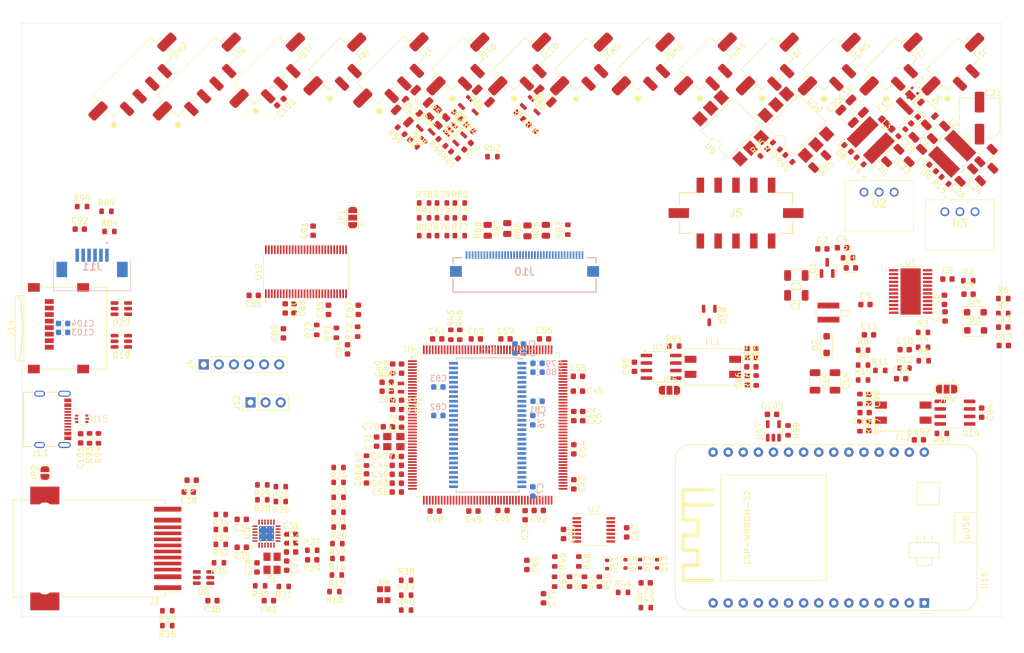
<source format=kicad_pcb>
(kicad_pcb
	(version 20241229)
	(generator "pcbnew")
	(generator_version "9.0")
	(general
		(thickness 1.6)
		(legacy_teardrops no)
	)
	(paper "A4")
	(layers
		(0 "F.Cu" signal)
		(4 "In1.Cu" power)
		(6 "In2.Cu" power)
		(2 "B.Cu" signal)
		(9 "F.Adhes" user "F.Adhesive")
		(11 "B.Adhes" user "B.Adhesive")
		(13 "F.Paste" user)
		(15 "B.Paste" user)
		(5 "F.SilkS" user "F.Silkscreen")
		(7 "B.SilkS" user "B.Silkscreen")
		(1 "F.Mask" user)
		(3 "B.Mask" user)
		(17 "Dwgs.User" user "User.Drawings")
		(19 "Cmts.User" user "User.Comments")
		(21 "Eco1.User" user "User.Eco1")
		(23 "Eco2.User" user "User.Eco2")
		(25 "Edge.Cuts" user)
		(27 "Margin" user)
		(31 "F.CrtYd" user "F.Courtyard")
		(29 "B.CrtYd" user "B.Courtyard")
		(35 "F.Fab" user)
		(33 "B.Fab" user)
		(39 "User.1" user)
		(41 "User.2" user)
		(43 "User.3" user)
		(45 "User.4" user)
		(47 "User.5" user)
		(49 "User.6" user)
		(51 "User.7" user)
		(53 "User.8" user)
		(55 "User.9" user)
	)
	(setup
		(stackup
			(layer "F.SilkS"
				(type "Top Silk Screen")
			)
			(layer "F.Paste"
				(type "Top Solder Paste")
			)
			(layer "F.Mask"
				(type "Top Solder Mask")
				(thickness 0.01)
			)
			(layer "F.Cu"
				(type "copper")
				(thickness 0.035)
			)
			(layer "dielectric 1"
				(type "prepreg")
				(thickness 0.1)
				(material "FR4")
				(epsilon_r 4.5)
				(loss_tangent 0.02)
			)
			(layer "In1.Cu"
				(type "copper")
				(thickness 0.035)
			)
			(layer "dielectric 2"
				(type "core")
				(thickness 1.24)
				(material "FR4")
				(epsilon_r 4.5)
				(loss_tangent 0.02)
			)
			(layer "In2.Cu"
				(type "copper")
				(thickness 0.035)
			)
			(layer "dielectric 3"
				(type "prepreg")
				(thickness 0.1)
				(material "FR4")
				(epsilon_r 4.5)
				(loss_tangent 0.02)
			)
			(layer "B.Cu"
				(type "copper")
				(thickness 0.035)
			)
			(layer "B.Mask"
				(type "Bottom Solder Mask")
				(thickness 0.01)
			)
			(layer "B.Paste"
				(type "Bottom Solder Paste")
			)
			(layer "B.SilkS"
				(type "Bottom Silk Screen")
			)
			(copper_finish "None")
			(dielectric_constraints no)
		)
		(pad_to_mask_clearance 0)
		(allow_soldermask_bridges_in_footprints no)
		(tenting front back)
		(pcbplotparams
			(layerselection 0x00000000_00000000_55555555_5755f5ff)
			(plot_on_all_layers_selection 0x00000000_00000000_00000000_00000000)
			(disableapertmacros no)
			(usegerberextensions no)
			(usegerberattributes yes)
			(usegerberadvancedattributes yes)
			(creategerberjobfile yes)
			(dashed_line_dash_ratio 12.000000)
			(dashed_line_gap_ratio 3.000000)
			(svgprecision 4)
			(plotframeref no)
			(mode 1)
			(useauxorigin no)
			(hpglpennumber 1)
			(hpglpenspeed 20)
			(hpglpendiameter 15.000000)
			(pdf_front_fp_property_popups yes)
			(pdf_back_fp_property_popups yes)
			(pdf_metadata yes)
			(pdf_single_document no)
			(dxfpolygonmode yes)
			(dxfimperialunits yes)
			(dxfusepcbnewfont yes)
			(psnegative no)
			(psa4output no)
			(plot_black_and_white yes)
			(plotinvisibletext no)
			(sketchpadsonfab no)
			(plotpadnumbers no)
			(hidednponfab no)
			(sketchdnponfab yes)
			(crossoutdnponfab yes)
			(subtractmaskfromsilk no)
			(outputformat 1)
			(mirror no)
			(drillshape 1)
			(scaleselection 1)
			(outputdirectory "")
		)
	)
	(net 0 "")
	(net 1 "+3V3_FER")
	(net 2 "Earth")
	(net 3 "/Ethernet/LED_G")
	(net 4 "/Ethernet/LED_Y")
	(net 5 "GND")
	(net 6 "+3V3")
	(net 7 "+5V")
	(net 8 "/Power/3V3_Display")
	(net 9 "Net-(C5-Pad2)")
	(net 10 "Net-(U1-COMP)")
	(net 11 "Net-(U1-C1+)")
	(net 12 "Net-(U1-C1-)")
	(net 13 "Net-(U1-C2+)")
	(net 14 "Net-(U1-C2-)")
	(net 15 "Net-(U1-DRV)")
	(net 16 "Net-(U1-FB1)")
	(net 17 "Net-(U1-REF)")
	(net 18 "Net-(U1-VCOMIN)")
	(net 19 "+24V")
	(net 20 "Net-(U3-VI)")
	(net 21 "Net-(U2-VI)")
	(net 22 "/Peripherals/V_{ref}")
	(net 23 "Net-(D1-A)")
	(net 24 "Net-(D15-K)")
	(net 25 "/IEC_Charging_Circuit/CP")
	(net 26 "/IEC_Charging_Circuit/PP")
	(net 27 "Net-(J10-Pin_1)")
	(net 28 "/Core/EV_Start_Charging")
	(net 29 "/Display/LCD_VGL")
	(net 30 "Net-(Q1-B)")
	(net 31 "Net-(Q2-G)")
	(net 32 "Net-(U1-FB3)")
	(net 33 "Net-(U1-FB2)")
	(net 34 "/IEC_Charging_Circuit/PWM_SENSE")
	(net 35 "/Core/Charging_Point_PWM")
	(net 36 "/Core/~{IMD_Error_LED}")
	(net 37 "/SDRAM/D9")
	(net 38 "/SDRAM/A11")
	(net 39 "/Core/~{AMS_Error_LED}")
	(net 40 "/SDRAM/D0")
	(net 41 "unconnected-(U4B-PC13-Pad8)")
	(net 42 "unconnected-(U4B-PD4-Pad146)")
	(net 43 "/Core/PCAP_RST")
	(net 44 "/Display/B5")
	(net 45 "unconnected-(U4B-PI8-Pad7)")
	(net 46 "/SDRAM/D14")
	(net 47 "/SDRAM/D2")
	(net 48 "/SDRAM/D4")
	(net 49 "/Core/OSC_in")
	(net 50 "/Core/SWCLK")
	(net 51 "unconnected-(U4B-PG3-Pad107)")
	(net 52 "/Display/R2")
	(net 53 "/SDRAM/A3")
	(net 54 "/SDRAM/D13")
	(net 55 "/Core/LCD_Reset")
	(net 56 "/Display/R0")
	(net 57 "/SDRAM/A2")
	(net 58 "/Display/R7")
	(net 59 "/Display/B4")
	(net 60 "/Core/AMS_Reset_in")
	(net 61 "/Core/AMS_Reset_out")
	(net 62 "/Core/SDC_out")
	(net 63 "/SDRAM/A0")
	(net 64 "unconnected-(U4B-PF8-Pad26)")
	(net 65 "/SDRAM/SDNE0")
	(net 66 "/Core/SWDIO")
	(net 67 "/SDRAM/A10")
	(net 68 "unconnected-(U4B-PC10-Pad139)")
	(net 69 "/Display/G0")
	(net 70 "/SDRAM/BA0")
	(net 71 "/Ethernet/RMII_TX_EN")
	(net 72 "/Core/NRST")
	(net 73 "/SDRAM/D12")
	(net 74 "/SDRAM/NBL0")
	(net 75 "/Display/B0")
	(net 76 "unconnected-(U4B-PD3-Pad145)")
	(net 77 "/Display/G2")
	(net 78 "/Display/R1")
	(net 79 "unconnected-(U4B-PI9-Pad11)")
	(net 80 "/SDRAM/SDNWE")
	(net 81 "/Ethernet/RMII_RXD1")
	(net 82 "/SDRAM/A9")
	(net 83 "/SDRAM/D11")
	(net 84 "unconnected-(U4B-PI6-Pad175)")
	(net 85 "/Display/DE")
	(net 86 "/Display/G3")
	(net 87 "/Display/CLK")
	(net 88 "/Peripherals/USART_RX")
	(net 89 "unconnected-(U4B-PB5-Pad163)")
	(net 90 "unconnected-(U4B-PI3-Pad134)")
	(net 91 "/Peripherals/USB_OTG_VBUS")
	(net 92 "/SDRAM/A4")
	(net 93 "/Display/B3")
	(net 94 "/Peripherals/SDMMC_D0")
	(net 95 "/SDRAM/D15")
	(net 96 "/SDRAM/D3")
	(net 97 "/Display/G4")
	(net 98 "/SDRAM/A7")
	(net 99 "/SDRAM/A12")
	(net 100 "Net-(U4F-BOOT0)")
	(net 101 "unconnected-(U4B-PD7-Pad151)")
	(net 102 "/Display/G7")
	(net 103 "/Core/LED_B")
	(net 104 "/Ethernet/RMII_MDIO")
	(net 105 "/Display/G1")
	(net 106 "/Display/R6")
	(net 107 "/SDRAM/D6")
	(net 108 "/SDRAM/A1")
	(net 109 "/SDRAM/D8")
	(net 110 "/Display/B6")
	(net 111 "/Display/R4")
	(net 112 "/Core/OSC_out")
	(net 113 "unconnected-(U4B-PA15-Pad138)")
	(net 114 "/SDRAM/A5")
	(net 115 "/Display/G6")
	(net 116 "/Peripherals/ESP_RX")
	(net 117 "unconnected-(U4B-PF9-Pad27)")
	(net 118 "/Display/G5")
	(net 119 "/Core/LED_G")
	(net 120 "/Display/R5")
	(net 121 "unconnected-(U4B-PE2-Pad1)")
	(net 122 "/Ethernet/RMII_TXD1")
	(net 123 "/SDRAM/D5")
	(net 124 "/Peripherals/SDMMC_CMD")
	(net 125 "/SDRAM/D1")
	(net 126 "Net-(U4A-VREF+)")
	(net 127 "/Display/B1")
	(net 128 "/Display/B7")
	(net 129 "unconnected-(U4B-PD11-Pad99)")
	(net 130 "/Ethernet/RMII_MDC")
	(net 131 "unconnected-(U4B-PE3-Pad2)")
	(net 132 "/Core/OSC32_in")
	(net 133 "/SDRAM/SDCLK")
	(net 134 "/Peripherals/USART_TX")
	(net 135 "unconnected-(U4B-PA10-Pad121)")
	(net 136 "/Core/LED_R")
	(net 137 "/SDRAM/SDCKE0")
	(net 138 "/Ethernet/RMII_RXD0")
	(net 139 "unconnected-(U4B-PC11-Pad140)")
	(net 140 "/Ethernet/RMII_CRS_DV")
	(net 141 "/Core/TRACESWO")
	(net 142 "/Display/HSYNC")
	(net 143 "/Ethernet/RMII_TXD0")
	(net 144 "/SDRAM/D10")
	(net 145 "/SDRAM/SDNCAS")
	(net 146 "/Display/R3")
	(net 147 "/Core/OSC32_out")
	(net 148 "/Display/VSYNC")
	(net 149 "/SDRAM/D7")
	(net 150 "unconnected-(U4B-PG9-Pad152)")
	(net 151 "/SDRAM/BA1")
	(net 152 "/SDRAM/SDNRAS")
	(net 153 "/SDRAM/A6")
	(net 154 "/SDRAM/NBL1")
	(net 155 "/Display/B2")
	(net 156 "/Ethernet/RMII_REF_CLK")
	(net 157 "/SDRAM/A8")
	(net 158 "unconnected-(U4B-PB2-Pad58)")
	(net 159 "/Ethernet/XTAL2")
	(net 160 "/Ethernet/XTAL1")
	(net 161 "/Peripherals/ESP_TX")
	(net 162 "/Peripherals/STM_CAN_TX")
	(net 163 "/Peripherals/STM_CAN_RX")
	(net 164 "/Peripherals/SDMMC_CK")
	(net 165 "/Peripherals/ESP_CAN_RX")
	(net 166 "/SDC_and_SCS/RSD_in")
	(net 167 "/SDC_and_SCS/RSD_out")
	(net 168 "/Core/CANH")
	(net 169 "/Core/CANL")
	(net 170 "/Peripherals/ESP_CAN_TX")
	(net 171 "/Display/LCD_VGH")
	(net 172 "Net-(D5-A)")
	(net 173 "Net-(D9-A)")
	(net 174 "/Core/SDC_in")
	(net 175 "Net-(Q3-G)")
	(net 176 "Net-(Q4-G)")
	(net 177 "/Core/SDC_enable")
	(net 178 "/Display/I2C_SDA")
	(net 179 "/Display/I2C_SCL")
	(net 180 "/Display/LCD_SELB")
	(net 181 "VDD")
	(net 182 "/Display/LCD_STBYB")
	(net 183 "Net-(J1-Pin_1)")
	(net 184 "/Display/LCD_U{slash}D")
	(net 185 "/Display/LCD_L{slash}R")
	(net 186 "/Display/RXIN0-")
	(net 187 "/Display/RXCLKIN+")
	(net 188 "/Display/RXIN0+")
	(net 189 "/Display/RXIN2-")
	(net 190 "/Display/RXIN1-")
	(net 191 "/Display/RXIN2+")
	(net 192 "/Display/RXIN3+")
	(net 193 "/Display/RXIN3-")
	(net 194 "/Display/RXIN1+")
	(net 195 "/Display/RXCLKIN-")
	(net 196 "Net-(J2-Pin_1)")
	(net 197 "Net-(U4F-PDR_ON)")
	(net 198 "/Peripherals/SDMMC_D1")
	(net 199 "/Peripherals/SDMMC_D2")
	(net 200 "/Peripherals/SDMMC_D3")
	(net 201 "/Core/SDC_Voltage")
	(net 202 "/Core/TSAL_Green")
	(net 203 "/Core/TS_on")
	(net 204 "/Peripherals/USB_OTG_DP")
	(net 205 "/Peripherals/USB_OTG_DN")
	(net 206 "/Peripherals/D-")
	(net 207 "/Peripherals/D+")
	(net 208 "/Core/PCAP_Int")
	(net 209 "/Display/LCD_VDD")
	(net 210 "/Core/Encoder_push")
	(net 211 "/Core/Encoder_A")
	(net 212 "/Core/Encoder_B")
	(net 213 "/Ethernet/RXN")
	(net 214 "/Ethernet/TXN")
	(net 215 "/Ethernet/RXP")
	(net 216 "/Ethernet/TXP")
	(net 217 "/Core/SDC_on")
	(net 218 "/Core/EncB_on")
	(net 219 "/Core/EncPush_on")
	(net 220 "/Core/EncA_on")
	(net 221 "Net-(D16-A)")
	(net 222 "Net-(D16-K)")
	(net 223 "Net-(D17-K)")
	(net 224 "Net-(D17-A)")
	(net 225 "/Display/LCD_AVDD")
	(net 226 "/Display/VCOM")
	(net 227 "Net-(D6-K)")
	(net 228 "unconnected-(U4B-PH9-Pad86)")
	(net 229 "unconnected-(U4B-PH6-Pad83)")
	(net 230 "unconnected-(U4B-PH7-Pad84)")
	(net 231 "Net-(D3-A)")
	(net 232 "Net-(U5-~{RST})")
	(net 233 "Net-(U5-VDDCR)")
	(net 234 "Net-(C39-Pad1)")
	(net 235 "Net-(C45-Pad1)")
	(net 236 "Net-(D11-K)")
	(net 237 "Net-(D12-K)")
	(net 238 "Net-(D13-K)")
	(net 239 "Net-(D14-K)")
	(net 240 "Net-(U15-VBUS)")
	(net 241 "Net-(D2-A)")
	(net 242 "Net-(D8-A)")
	(net 243 "Net-(D10-BK)")
	(net 244 "Net-(D10-GK)")
	(net 245 "Net-(D10-RK)")
	(net 246 "Net-(D11-A)")
	(net 247 "Net-(U13-CANH)")
	(net 248 "Net-(U13-CANL)")
	(net 249 "Net-(U14-CANH)")
	(net 250 "Net-(U14-CANL)")
	(net 251 "Net-(J3-Pad11)")
	(net 252 "Net-(J3-Pad2)")
	(net 253 "unconnected-(J3-NC-Pad9)")
	(net 254 "Net-(J5-Pin_2)")
	(net 255 "Net-(J8-Pin_1)")
	(net 256 "unconnected-(J10-Pin_27-Pad27)")
	(net 257 "unconnected-(J10-Pin_36-Pad36)")
	(net 258 "Net-(J10-Pin_35)")
	(net 259 "unconnected-(J10-Pin_24-Pad24)")
	(net 260 "unconnected-(J10-Pin_26-Pad26)")
	(net 261 "unconnected-(J10-Pin_4-Pad4)")
	(net 262 "Net-(J10-Pin_38)")
	(net 263 "unconnected-(J10-Pin_23-Pad23)")
	(net 264 "Net-(J10-Pin_29)")
	(net 265 "unconnected-(J10-Pin_37-Pad37)")
	(net 266 "unconnected-(J13-SBU2-PadB8)")
	(net 267 "unconnected-(J13-SBU1-PadA8)")
	(net 268 "unconnected-(J13-CC2-PadB5)")
	(net 269 "unconnected-(J13-CC1-PadA5)")
	(net 270 "Net-(J15-Pin_2)")
	(net 271 "Net-(JP4-C)")
	(net 272 "Net-(JP5-C)")
	(net 273 "Net-(R3-Pad2)")
	(net 274 "Net-(R8-Pad2)")
	(net 275 "Net-(U5-TXD0)")
	(net 276 "Net-(U5-TXD1)")
	(net 277 "Net-(U5-TXEN)")
	(net 278 "Net-(U5-RXD0{slash}MODE0)")
	(net 279 "Net-(U5-RXD1{slash}MODE1)")
	(net 280 "Net-(U5-CRS_DV{slash}MODE2)")
	(net 281 "Net-(U5-MDIO)")
	(net 282 "Net-(U5-MDC)")
	(net 283 "Net-(U5-~{INT}{slash}REFCLKO)")
	(net 284 "Net-(U5-RXER{slash}PHYAD0)")
	(net 285 "Net-(U5-RBIAS)")
	(net 286 "Net-(U8--)")
	(net 287 "Net-(R62-Pad1)")
	(net 288 "Net-(R65-Pad1)")
	(net 289 "Net-(R70-Pad2)")
	(net 290 "Net-(U12-CLKSEL)")
	(net 291 "Net-(U12-~{SHTDN})")
	(net 292 "Net-(R74-Pad2)")
	(net 293 "Net-(R75-Pad2)")
	(net 294 "Net-(U13-Rs)")
	(net 295 "Net-(U14-Rs)")
	(net 296 "Net-(U16-D21)")
	(net 297 "unconnected-(U7-Pad12)")
	(net 298 "unconnected-(U7-Pad10)")
	(net 299 "unconnected-(U9-Pad3)")
	(net 300 "unconnected-(U10-Pad3)")
	(net 301 "unconnected-(U10-Pad5)")
	(net 302 "unconnected-(U11-NC-Pad40)")
	(net 303 "unconnected-(U16-D26-Pad7)")
	(net 304 "unconnected-(U16-D2-Pad27)")
	(net 305 "unconnected-(U16-VIN-Pad1)")
	(net 306 "unconnected-(U16-D34-Pad12)")
	(net 307 "unconnected-(U16-D39{slash}VN-Pad13)")
	(net 308 "unconnected-(U16-D19-Pad21)")
	(net 309 "unconnected-(U16-D36{slash}VP-Pad14)")
	(net 310 "unconnected-(U16-TX0{slash}D1-Pad18)")
	(net 311 "unconnected-(U16-D14-Pad5)")
	(net 312 "unconnected-(U16-D25-Pad8)")
	(net 313 "unconnected-(U16-D15-Pad28)")
	(net 314 "unconnected-(U16-D13-Pad3)")
	(net 315 "unconnected-(U16-D23-Pad16)")
	(net 316 "unconnected-(U16-D27-Pad6)")
	(net 317 "unconnected-(U16-EN-Pad15)")
	(net 318 "unconnected-(U16-D33-Pad9)")
	(net 319 "unconnected-(U16-D22-Pad17)")
	(net 320 "unconnected-(U16-D35-Pad11)")
	(net 321 "unconnected-(U16-D18-Pad22)")
	(net 322 "unconnected-(U16-D12-Pad4)")
	(net 323 "unconnected-(U16-D32-Pad10)")
	(net 324 "unconnected-(U16-RX0{slash}D3-Pad19)")
	(net 325 "unconnected-(U17-NC-Pad1)")
	(footprint "Capacitor_SMD:C_1206_3216Metric" (layer "F.Cu") (at 218 62.3 45))
	(footprint "Capacitor_SMD:C_0603_1608Metric" (layer "F.Cu") (at 206.3 96.41))
	(footprint "Package_SO:SOIC-8_3.9x4.9mm_P1.27mm" (layer "F.Cu") (at 220.76 109.525 180))
	(footprint "Resistor_SMD:R_0603_1608Metric" (layer "F.Cu") (at 73.825 74.8))
	(footprint "Resistor_SMD:R_0603_1608Metric" (layer "F.Cu") (at 107.265 121.99 180))
	(footprint "Capacitor_SMD:C_0603_1608Metric" (layer "F.Cu") (at 108.01 91.9625 -90))
	(footprint "Capacitor_SMD:C_1206_3216Metric" (layer "F.Cu") (at 226.1 69.4 45))
	(footprint "Capacitor_SMD:C_0603_1608Metric" (layer "F.Cu") (at 154.862501 129.975 -90))
	(footprint "Resistor_SMD:R_0603_1608Metric" (layer "F.Cu") (at 137.4 79.7))
	(footprint "Capacitor_SMD:C_0603_1608Metric" (layer "F.Cu") (at 211.7 103.81))
	(footprint "Charger:ESP32-WROOM-32-DevKit-30Pin" (layer "F.Cu") (at 215.61 141.585 90))
	(footprint "Capacitor_SMD:C_0603_1608Metric" (layer "F.Cu") (at 112.565 134.32 180))
	(footprint "Inductor_SMD:L_Wuerth_WE-PD2-Typ-MS" (layer "F.Cu") (at 206.6 63.6 -45))
	(footprint "Package_TO_SOT_SMD:SOT-23-3" (layer "F.Cu") (at 149.578751 58.078751 -45))
	(footprint "Resistor_SMD:R_0603_1608Metric" (layer "F.Cu") (at 97.165 131.71 180))
	(footprint "Package_DIP:SMDIP-6_W9.53mm" (layer "F.Cu") (at 183 61.6 135))
	(footprint "FaSTTUBe_connectors:Micro_Mate-N-Lok_2p_vertical" (layer "F.Cu") (at 220.4 50.8 -135))
	(footprint "Resistor_SMD:R_0603_1608Metric" (layer "F.Cu") (at 187.3 99.5 90))
	(footprint "Diode_SMD:D_SOD-123" (layer "F.Cu") (at 216.2 58.4 -45))
	(footprint "Inductor_SMD:L_0603_1608Metric" (layer "F.Cu") (at 105.265 141.2 180))
	(footprint "Resistor_SMD:R_0603_1608Metric" (layer "F.Cu") (at 75.07 113.85 -90))
	(footprint "Inductor_SMD:L_Wuerth_WE-PD2-Typ-MS" (layer "F.Cu") (at 220.3 65.9 45))
	(footprint "LED_SMD:LED_0603_1608Metric" (layer "F.Cu") (at 213.956847 60.243153 -135))
	(footprint "Capacitor_SMD:CP_Elec_6.3x7.7" (layer "F.Cu") (at 224.9 59.9 90))
	(footprint "Capacitor_SMD:C_0603_1608Metric" (layer "F.Cu") (at 206.26 107.215 90))
	(footprint "LED_SMD:LED_0603_1608Metric" (layer "F.Cu") (at 203.25 85.135))
	(footprint "Resistor_SMD:R_0603_1608Metric" (layer "F.Cu") (at 88.165 145.41 180))
	(footprint "Resistor_SMD:R_0603_1608Metric" (layer "F.Cu") (at 139.078751 61.578751 -45))
	(footprint "Capacitor_SMD:C_1206_3216Metric" (layer "F.Cu") (at 194.0625 86.41 180))
	(footprint "Resistor_SMD:R_0603_1608Metric" (layer "F.Cu") (at 228.9 90.3))
	(footprint "Resistor_SMD:R_0603_1608Metric" (layer "F.Cu") (at 147.478751 59.478751 -45))
	(footprint "Capacitor_SMD:C_0603_1608Metric" (layer "F.Cu") (at 126.8 116.9))
	(footprint "Charger:173010542" (layer "F.Cu") (at 208 74.3))
	(footprint "FaSTTUBe_connectors:Micro_Mate-N-Lok_2p_vertical" (layer "F.Cu") (at 178.757502 50.757502 -135))
	(footprint "Resistor_SMD:R_0603_1608Metric" (layer "F.Cu") (at 129.621249 64.130437 -45))
	(footprint "Capacitor_SMD:C_0603_1608Metric" (layer "F.Cu") (at 140.1 97.1 180))
	(footprint "Resistor_SMD:R_0603_1608Metric" (layer "F.Cu") (at 116.7 136.87 180))
	(footprint "Jumper:SolderJumper-3_P1.3mm_Open_RoundedPad1.0x1.5mm"
		(layer "F.Cu")
		(uuid "29de3857-4c24-4207-87a7-be0ffcfd669c")
		(at 172.699998 105.757501)
		(descr "SMD Solder 3-pad Jumper, 1x1.5mm rounded Pads, 0.3mm gap, open")
		(tags "solder jumper open")
		(property "Reference" "JP5"
			(at 0 -1.8 0)
			(layer "F.SilkS")
			(uuid "aeeb1c00-2647-4d9f-b162-9845488d80e0")
			(effects
				(font
					(size 1 1)
					(thickness 0.15)
				)
			)
		)
		(property "Value" "SolderJumper_3_Open"
			(at 0 1.9 0)
			(layer "F.Fab")
			(uuid "1099a699-2d13-4088-9388-4e45b0a7c912")
			(effects
				(font
					(size 1 1)
					(thickness 0.15)
				)
			)
		)
		(property "Datasheet" ""
			(at 0 0 0)
			(unlocked yes)
			(layer "F.Fab")
			(hide yes)
			(uuid "ed21f349-0b60-4762-a228-594b6ed12ee9")
			(effects
				(font
					(size 1.27 1.27)
					(thickness 0.15)
				)
			)
		)
		(property "Description" ""
			(at 0 0 0)
			(unlocked yes)
			(layer "F.Fab")
			(hide yes)
			(uuid "fb5383e5-5b60-4bcd-8d91-366afae31da4")
			(effects
				(font
					(size 1.27 1.27)
					(thickness 0.15)
				)
			)
		)
		(property ki_fp_filters "SolderJumper*Open*")
		(path "/80927836-8e39-47ea-8430-ab9d018fcb5d/62cf95ef-c754-4abd-bde5-8b306ca72c4c")
		(sheetname "Peripherals")
		(sheetfile "Peripherals.kicad_sch")
		(zone_connect 1)
		(attr exclude_from_pos_files)
		(fp_line
			(start -2.05 0.3)
			(end -2.05 -0.3)
			(stroke
				(width 0.12)
				(type solid)
			)
			(layer "F.SilkS")
			(uuid "abd65570-ec63-45e2-98dd-a3fb568cde8a")
		)
		(fp_line
			(start -1.5 1.5)
			(end -0.9 1.5)
			(stroke
				(width 0.12)
				(type solid)
			)
			(layer "F.SilkS")
			(uuid "2663d287-5c26-4cc0-82ae-d5841b5350b4")
		)
		(fp_line
			(start -1.4 -1)
			(end 1.4 -1)
			(stroke
				(width 0.12)
				(type solid)
			)
			(layer "F.SilkS")
			(uuid "d57b7ce1-c82f-4a2e-928b-5d98250fe991")
		)
		(fp_line
			(start -1.2 1.2)
			(end -1.5 1.5)
			(stroke
				(width 0.12)
				(type solid)
			)
			(layer "F.SilkS")
			(uuid "95ff4e04-6803-4d27-8f80-b521dc8b3aa0")
		)
		(fp_line
			(start -1.2 1.2)
			(end -0.9 1.5)
			(stroke
				(width 0.12)
				(type solid)
			)
			(layer "F.SilkS")
			(uuid "9a4f8e9e-ce39-4ca7-906a-d404bc3a91f5")
		)
		(fp_line
			(start 1.4 1)
			(end -1.4 1)
			(stroke
				(width 0.12)
				(type solid)
			)
			(layer "F.SilkS")
			(uuid "e3cc7e3a-fd64-4fb0-a515-f60cf87c8977")
		)
		(fp_line
			(start 2.05 -0.3)
			(end 2.05 0.3)
			(stroke
				(width 0.12)
				(type solid)
			)
			(layer "F.SilkS")
			(uuid "13778684-c25b-4c21-b145-457ed02da32b")
		)
		(fp_arc
			(start -2.05 -0.3)
			(mid -1.844975 -0.794975)
			(end -1.35 -1)
			(stroke
				(width 0.12)
				(type solid)
			)
			(layer "F.SilkS")
			(uuid "5a3c4266-7f65-4fbe-932f-
... [1197564 chars truncated]
</source>
